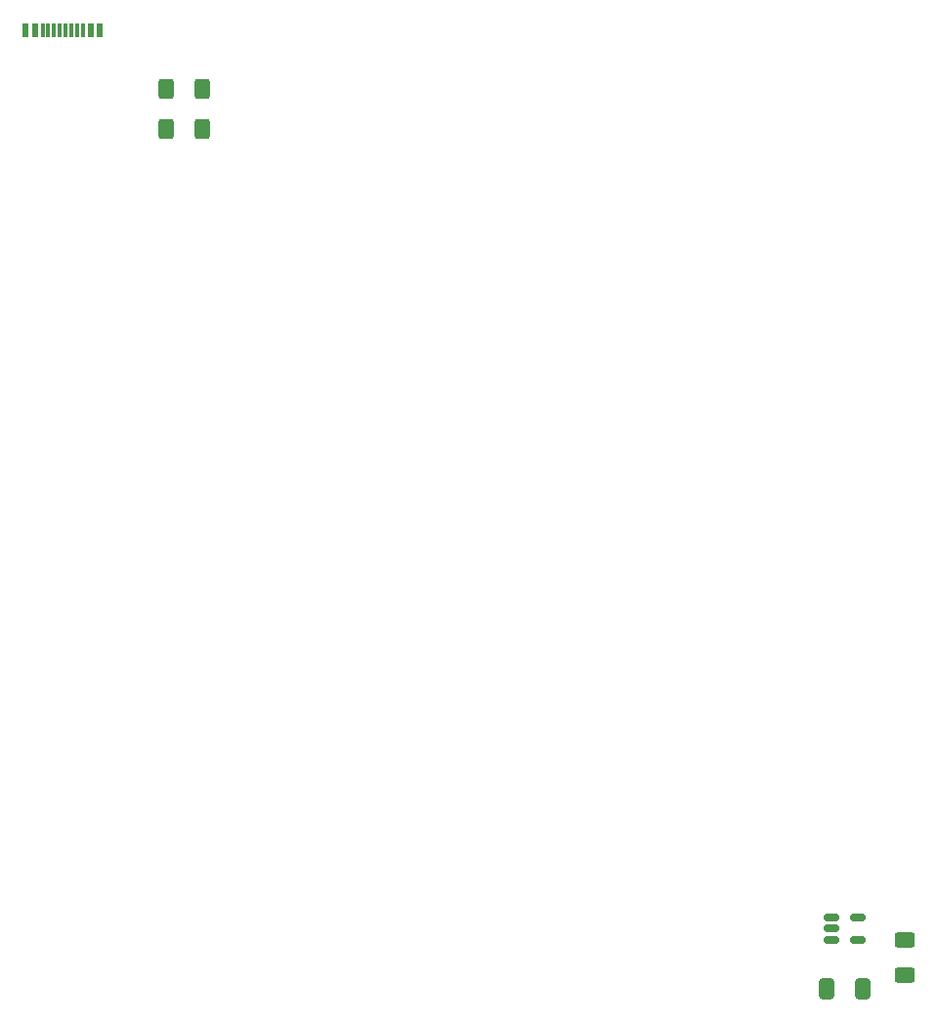
<source format=gtp>
%TF.GenerationSoftware,KiCad,Pcbnew,7.0.2*%
%TF.CreationDate,2023-06-22T21:43:46+09:00*%
%TF.ProjectId,mana-board-kicad,6d616e61-2d62-46f6-9172-642d6b696361,rev?*%
%TF.SameCoordinates,Original*%
%TF.FileFunction,Paste,Top*%
%TF.FilePolarity,Positive*%
%FSLAX46Y46*%
G04 Gerber Fmt 4.6, Leading zero omitted, Abs format (unit mm)*
G04 Created by KiCad (PCBNEW 7.0.2) date 2023-06-22 21:43:46*
%MOMM*%
%LPD*%
G01*
G04 APERTURE LIST*
G04 Aperture macros list*
%AMRoundRect*
0 Rectangle with rounded corners*
0 $1 Rounding radius*
0 $2 $3 $4 $5 $6 $7 $8 $9 X,Y pos of 4 corners*
0 Add a 4 corners polygon primitive as box body*
4,1,4,$2,$3,$4,$5,$6,$7,$8,$9,$2,$3,0*
0 Add four circle primitives for the rounded corners*
1,1,$1+$1,$2,$3*
1,1,$1+$1,$4,$5*
1,1,$1+$1,$6,$7*
1,1,$1+$1,$8,$9*
0 Add four rect primitives between the rounded corners*
20,1,$1+$1,$2,$3,$4,$5,0*
20,1,$1+$1,$4,$5,$6,$7,0*
20,1,$1+$1,$6,$7,$8,$9,0*
20,1,$1+$1,$8,$9,$2,$3,0*%
G04 Aperture macros list end*
%ADD10RoundRect,0.250000X0.412500X0.650000X-0.412500X0.650000X-0.412500X-0.650000X0.412500X-0.650000X0*%
%ADD11RoundRect,0.250000X0.400000X0.625000X-0.400000X0.625000X-0.400000X-0.625000X0.400000X-0.625000X0*%
%ADD12RoundRect,0.250000X-0.625000X0.400000X-0.625000X-0.400000X0.625000X-0.400000X0.625000X0.400000X0*%
%ADD13R,0.600000X1.150000*%
%ADD14R,0.300000X1.150000*%
%ADD15RoundRect,0.150000X-0.512500X-0.150000X0.512500X-0.150000X0.512500X0.150000X-0.512500X0.150000X0*%
G04 APERTURE END LIST*
D10*
%TO.C,C1*%
X241812500Y-123500000D03*
X238687500Y-123500000D03*
%TD*%
D11*
%TO.C,R4*%
X184550000Y-45500000D03*
X181450000Y-45500000D03*
%TD*%
D12*
%TO.C,R6*%
X245500000Y-119200000D03*
X245500000Y-122300000D03*
%TD*%
D11*
%TO.C,R5*%
X184550000Y-49000000D03*
X181450000Y-49000000D03*
%TD*%
D13*
%TO.C,USB1*%
X175700000Y-40430000D03*
X174900000Y-40430000D03*
D14*
X173750000Y-40430000D03*
X172750000Y-40430000D03*
X172250000Y-40430000D03*
X171250000Y-40430000D03*
D13*
X170100000Y-40430000D03*
X169300000Y-40430000D03*
X169300000Y-40430000D03*
X170100000Y-40430000D03*
D14*
X170750000Y-40430000D03*
X171750000Y-40430000D03*
X173250000Y-40430000D03*
X174250000Y-40430000D03*
D13*
X174900000Y-40430000D03*
X175700000Y-40430000D03*
%TD*%
D15*
%TO.C,U2*%
X239112500Y-117300000D03*
X239112500Y-118250000D03*
X239112500Y-119200000D03*
X241387500Y-119200000D03*
X241387500Y-117300000D03*
%TD*%
M02*

</source>
